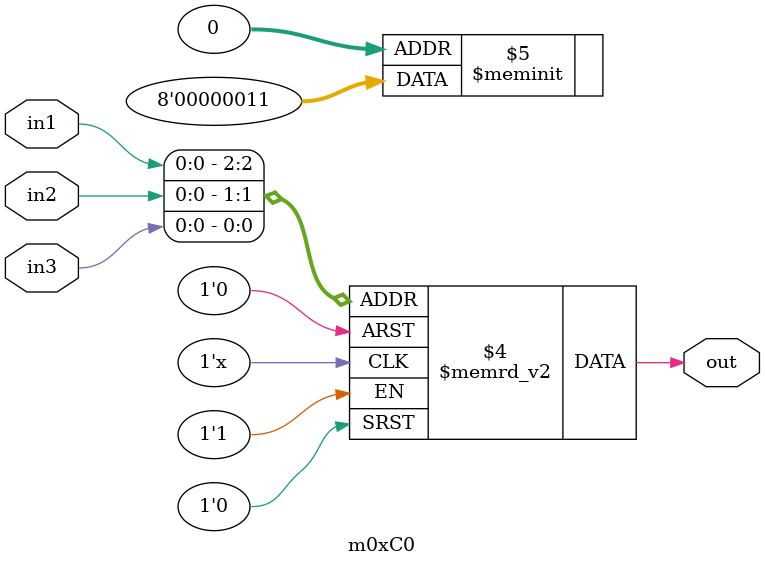
<source format=v>
module m0xC0(output out, input in1, in2, in3);

   always @(in1, in2, in3)
     begin
        case({in1, in2, in3})
          3'b000: {out} = 1'b1;
          3'b001: {out} = 1'b1;
          3'b010: {out} = 1'b0;
          3'b011: {out} = 1'b0;
          3'b100: {out} = 1'b0;
          3'b101: {out} = 1'b0;
          3'b110: {out} = 1'b0;
          3'b111: {out} = 1'b0;
        endcase // case ({in1, in2, in3})
     end // always @ (in1, in2, in3)

endmodule // m0xC0
</source>
